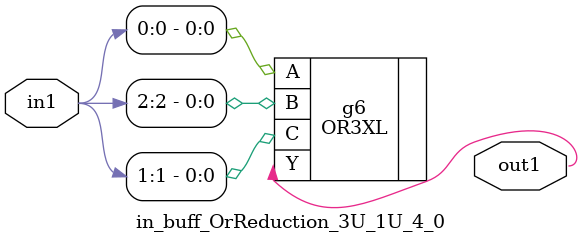
<source format=v>
`timescale 1ps / 1ps


module in_buff_OrReduction_3U_1U_4_0(in1, out1);
  input [2:0] in1;
  output out1;
  wire [2:0] in1;
  wire out1;
  OR3XL g6(.A (in1[0]), .B (in1[2]), .C (in1[1]), .Y (out1));
endmodule



</source>
